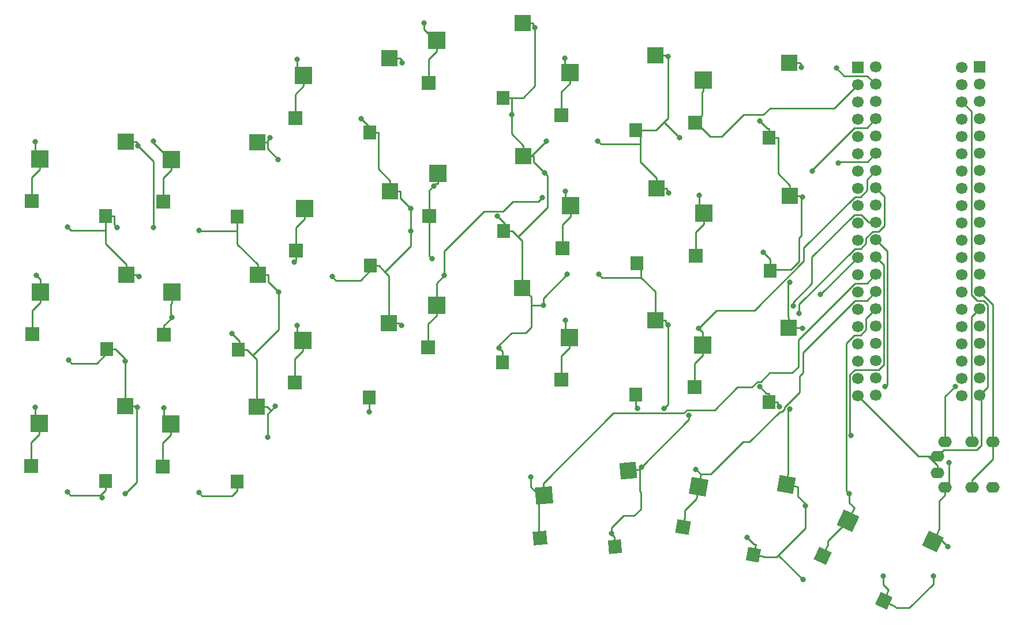
<source format=gbl>
%TF.GenerationSoftware,KiCad,Pcbnew,7.0.6*%
%TF.CreationDate,2023-08-11T19:56:51+07:00*%
%TF.ProjectId,keyboard_pcb,6b657962-6f61-4726-945f-7063622e6b69,rev1.0*%
%TF.SameCoordinates,Original*%
%TF.FileFunction,Copper,L2,Bot*%
%TF.FilePolarity,Positive*%
%FSLAX46Y46*%
G04 Gerber Fmt 4.6, Leading zero omitted, Abs format (unit mm)*
G04 Created by KiCad (PCBNEW 7.0.6) date 2023-08-11 19:56:51*
%MOMM*%
%LPD*%
G01*
G04 APERTURE LIST*
G04 Aperture macros list*
%AMRotRect*
0 Rectangle, with rotation*
0 The origin of the aperture is its center*
0 $1 length*
0 $2 width*
0 $3 Rotation angle, in degrees counterclockwise*
0 Add horizontal line*
21,1,$1,$2,0,0,$3*%
G04 Aperture macros list end*
%TA.AperFunction,SMDPad,CuDef*%
%ADD10R,2.400000X2.400000*%
%TD*%
%TA.AperFunction,SMDPad,CuDef*%
%ADD11R,1.900000X2.000000*%
%TD*%
%TA.AperFunction,SMDPad,CuDef*%
%ADD12R,2.500000X2.500000*%
%TD*%
%TA.AperFunction,SMDPad,CuDef*%
%ADD13R,2.000000X2.000000*%
%TD*%
%TA.AperFunction,SMDPad,CuDef*%
%ADD14RotRect,2.000000X2.000000X350.000000*%
%TD*%
%TA.AperFunction,SMDPad,CuDef*%
%ADD15RotRect,2.500000X2.500000X350.000000*%
%TD*%
%TA.AperFunction,SMDPad,CuDef*%
%ADD16RotRect,1.900000X2.000000X350.000000*%
%TD*%
%TA.AperFunction,SMDPad,CuDef*%
%ADD17RotRect,2.400000X2.400000X350.000000*%
%TD*%
%TA.AperFunction,SMDPad,CuDef*%
%ADD18RotRect,2.000000X2.000000X335.000000*%
%TD*%
%TA.AperFunction,SMDPad,CuDef*%
%ADD19RotRect,2.500000X2.500000X335.000000*%
%TD*%
%TA.AperFunction,SMDPad,CuDef*%
%ADD20RotRect,1.900000X2.000000X335.000000*%
%TD*%
%TA.AperFunction,SMDPad,CuDef*%
%ADD21RotRect,2.400000X2.400000X335.000000*%
%TD*%
%TA.AperFunction,SMDPad,CuDef*%
%ADD22RotRect,2.000000X2.000000X5.000000*%
%TD*%
%TA.AperFunction,SMDPad,CuDef*%
%ADD23RotRect,2.500000X2.500000X5.000000*%
%TD*%
%TA.AperFunction,SMDPad,CuDef*%
%ADD24RotRect,1.900000X2.000000X5.000000*%
%TD*%
%TA.AperFunction,SMDPad,CuDef*%
%ADD25RotRect,2.400000X2.400000X5.000000*%
%TD*%
%TA.AperFunction,ComponentPad*%
%ADD26O,2.000000X1.600000*%
%TD*%
%TA.AperFunction,ComponentPad*%
%ADD27C,1.700000*%
%TD*%
%TA.AperFunction,ComponentPad*%
%ADD28R,1.700000X1.700000*%
%TD*%
%TA.AperFunction,ViaPad*%
%ADD29C,0.800000*%
%TD*%
%TA.AperFunction,Conductor*%
%ADD30C,0.250000*%
%TD*%
G04 APERTURE END LIST*
D10*
%TO.P,K03,2*%
%TO.N,GND*%
X156576000Y-40894000D03*
D11*
X153676000Y-51874000D03*
D12*
%TO.P,K03,1*%
%TO.N,/k03*%
X143976000Y-43434000D03*
D13*
X142776000Y-49674000D03*
%TD*%
D14*
%TO.P,K31,1*%
%TO.N,/k31*%
X180130559Y-114987238D03*
D15*
X182395893Y-109050416D03*
D16*
%TO.P,K31,2*%
%TO.N,GND*%
X190482937Y-119046581D03*
D17*
X195245537Y-108736971D03*
%TD*%
D18*
%TO.P,K32,1*%
%TO.N,/k32*%
X200596319Y-119210231D03*
D19*
X204321027Y-114062012D03*
D20*
%TO.P,K32,2*%
%TO.N,GND*%
X209545314Y-125810647D03*
D21*
X216813955Y-117084981D03*
%TD*%
D22*
%TO.P,K30,1*%
%TO.N,/k30*%
X159099699Y-116608382D03*
D23*
X159751281Y-110287540D03*
D24*
%TO.P,K30,2*%
%TO.N,GND*%
X170149964Y-117850013D03*
D25*
X172081959Y-106659043D03*
%TD*%
D10*
%TO.P,K25,2*%
%TO.N,GND*%
X195630000Y-85664000D03*
D11*
X192730000Y-96644000D03*
D12*
%TO.P,K25,1*%
%TO.N,/k25*%
X183030000Y-88204000D03*
D13*
X181830000Y-94444000D03*
%TD*%
D10*
%TO.P,K24,2*%
%TO.N,GND*%
X176054000Y-84564000D03*
D11*
X173154000Y-95544000D03*
D12*
%TO.P,K24,1*%
%TO.N,/k24*%
X163454000Y-87104000D03*
D13*
X162254000Y-93344000D03*
%TD*%
D10*
%TO.P,K23,2*%
%TO.N,GND*%
X156530000Y-79818000D03*
D11*
X153630000Y-90798000D03*
D12*
%TO.P,K23,1*%
%TO.N,/k23*%
X143930000Y-82358000D03*
D13*
X142730000Y-88598000D03*
%TD*%
D10*
%TO.P,K22,2*%
%TO.N,GND*%
X136966000Y-84974000D03*
D11*
X134066000Y-95954000D03*
D12*
%TO.P,K22,1*%
%TO.N,/k22*%
X124366000Y-87514000D03*
D13*
X123166000Y-93754000D03*
%TD*%
D10*
%TO.P,K21,2*%
%TO.N,GND*%
X117567000Y-97310000D03*
D11*
X114667000Y-108290000D03*
D12*
%TO.P,K21,1*%
%TO.N,/k21*%
X104967000Y-99850000D03*
D13*
X103767000Y-106090000D03*
%TD*%
D10*
%TO.P,K20,2*%
%TO.N,GND*%
X98257000Y-97234000D03*
D11*
X95357000Y-108214000D03*
D12*
%TO.P,K20,1*%
%TO.N,/k20*%
X85657000Y-99774000D03*
D13*
X84457000Y-106014000D03*
%TD*%
%TO.P,K15,1*%
%TO.N,/k15*%
X182004000Y-75074000D03*
D12*
X183204000Y-68834000D03*
D11*
%TO.P,K15,2*%
%TO.N,GND*%
X192904000Y-77274000D03*
D10*
X195804000Y-66294000D03*
%TD*%
D13*
%TO.P,K14,1*%
%TO.N,/k14*%
X162428000Y-73974000D03*
D12*
X163628000Y-67734000D03*
D11*
%TO.P,K14,2*%
%TO.N,GND*%
X173328000Y-76174000D03*
D10*
X176228000Y-65194000D03*
%TD*%
D13*
%TO.P,K13,1*%
%TO.N,/k13*%
X142904000Y-69228000D03*
D12*
X144104000Y-62988000D03*
D11*
%TO.P,K13,2*%
%TO.N,GND*%
X153804000Y-71428000D03*
D10*
X156704000Y-60448000D03*
%TD*%
D13*
%TO.P,K12,1*%
%TO.N,/k12*%
X123340000Y-74384000D03*
D12*
X124540000Y-68144000D03*
D11*
%TO.P,K12,2*%
%TO.N,GND*%
X134240000Y-76584000D03*
D10*
X137140000Y-65604000D03*
%TD*%
D13*
%TO.P,K11,1*%
%TO.N,/k11*%
X103941000Y-86720000D03*
D12*
X105141000Y-80480000D03*
D11*
%TO.P,K11,2*%
%TO.N,GND*%
X114841000Y-88920000D03*
D10*
X117741000Y-77940000D03*
%TD*%
D13*
%TO.P,K10,1*%
%TO.N,/k10*%
X84631000Y-86644000D03*
D12*
X85831000Y-80404000D03*
D11*
%TO.P,K10,2*%
%TO.N,GND*%
X95531000Y-88844000D03*
D10*
X98431000Y-77864000D03*
%TD*%
%TO.P,K05,2*%
%TO.N,GND*%
X195676000Y-46740000D03*
D11*
X192776000Y-57720000D03*
D12*
%TO.P,K05,1*%
%TO.N,/k05*%
X183076000Y-49280000D03*
D13*
X181876000Y-55520000D03*
%TD*%
D10*
%TO.P,K04,2*%
%TO.N,GND*%
X176100000Y-45640000D03*
D11*
X173200000Y-56620000D03*
D12*
%TO.P,K04,1*%
%TO.N,/k04*%
X163500000Y-48180000D03*
D13*
X162300000Y-54420000D03*
%TD*%
D10*
%TO.P,K02,2*%
%TO.N,GND*%
X137012000Y-46050000D03*
D11*
X134112000Y-57030000D03*
D12*
%TO.P,K02,1*%
%TO.N,/k02*%
X124412000Y-48590000D03*
D13*
X123212000Y-54830000D03*
%TD*%
D10*
%TO.P,K01,2*%
%TO.N,GND*%
X117613000Y-58386000D03*
D11*
X114713000Y-69366000D03*
D12*
%TO.P,K01,1*%
%TO.N,/k01*%
X105013000Y-60926000D03*
D13*
X103813000Y-67166000D03*
%TD*%
D10*
%TO.P,K00,2*%
%TO.N,GND*%
X98303000Y-58310000D03*
D11*
X95403000Y-69290000D03*
D12*
%TO.P,K00,1*%
%TO.N,/k00*%
X85703000Y-60850000D03*
D13*
X84503000Y-67090000D03*
%TD*%
D26*
%TO.P,J1,4,RING2*%
%TO.N,/TX*%
X225580000Y-102444000D03*
X222580000Y-109144000D03*
%TO.P,J1,3,RING1*%
%TO.N,/RX*%
X222580000Y-102444000D03*
X225580000Y-109144000D03*
%TO.P,J1,2,TIP*%
%TO.N,GND*%
X218580000Y-102444000D03*
X218580000Y-109144000D03*
%TO.P,J1,1,SLEEVE*%
%TO.N,+3V3*%
X217480000Y-107044000D03*
X217480000Y-104544000D03*
%TD*%
D27*
%TO.P,U1,40,5V*%
%TO.N,unconnected-(U1-5V-Pad40)*%
X221000000Y-47380000D03*
X208420000Y-47360000D03*
%TO.P,U1,39,GND*%
%TO.N,GND*%
X221000000Y-49920000D03*
X208420000Y-49900000D03*
%TO.P,U1,38,3V3*%
%TO.N,+3V3*%
X221000000Y-52460000D03*
X208420000Y-52440000D03*
%TO.P,U1,37,PB10*%
%TO.N,/k01*%
X208420000Y-54980000D03*
X221000000Y-55000000D03*
%TO.P,U1,36,PB2*%
%TO.N,unconnected-(U1-PB2-Pad36)*%
X221000000Y-57540000D03*
X208420000Y-57520000D03*
%TO.P,U1,35,PB1*%
%TO.N,/k00*%
X208420000Y-60060000D03*
X221000000Y-60080000D03*
%TO.P,U1,34,PB0*%
%TO.N,/k25*%
X208420000Y-62600000D03*
X221000000Y-62620000D03*
%TO.P,U1,33,PA7*%
%TO.N,/k24*%
X221000000Y-65160000D03*
X208420000Y-65140000D03*
%TO.P,U1,32,PA6*%
%TO.N,/k23*%
X221000000Y-67700000D03*
X208420000Y-67680000D03*
%TO.P,U1,31,PA5*%
%TO.N,/k22*%
X208420000Y-70220000D03*
X221000000Y-70240000D03*
%TO.P,U1,30,PA4*%
%TO.N,/k21*%
X221000000Y-72780000D03*
X208420000Y-72760000D03*
%TO.P,U1,29,PA3*%
%TO.N,/k20*%
X221000000Y-75320000D03*
X208420000Y-75300000D03*
%TO.P,U1,28,PA2*%
%TO.N,/k30*%
X208420000Y-77840000D03*
X221000000Y-77860000D03*
%TO.P,U1,27,PA1*%
%TO.N,/k31*%
X208420000Y-80380000D03*
X221000000Y-80400000D03*
%TO.P,U1,26,PA0*%
%TO.N,/k32*%
X208420000Y-82920000D03*
X221000000Y-82940000D03*
%TO.P,U1,25,RES*%
%TO.N,unconnected-(U1-RES-Pad25)*%
X208420000Y-85460000D03*
X221000000Y-85480000D03*
%TO.P,U1,24,PC15*%
%TO.N,unconnected-(U1-PC15-Pad24)*%
X208420000Y-88000000D03*
X221000000Y-88020000D03*
%TO.P,U1,23,PC14*%
%TO.N,unconnected-(U1-PC14-Pad23)*%
X221000000Y-90560000D03*
X208420000Y-90540000D03*
%TO.P,U1,22,PC13*%
%TO.N,unconnected-(U1-PC13-Pad22)*%
X221000000Y-93100000D03*
X208420000Y-93080000D03*
%TO.P,U1,21,VBat*%
%TO.N,unconnected-(U1-VBat-Pad21)*%
X208420000Y-95620000D03*
X221000000Y-95640000D03*
%TO.P,U1,20,3V3*%
%TO.N,+3V3*%
X205760000Y-95640000D03*
X223660000Y-95620000D03*
%TO.P,U1,19,GND*%
%TO.N,GND*%
X205760000Y-93100000D03*
X223660000Y-93080000D03*
%TO.P,U1,18,5V*%
%TO.N,unconnected-(U1-5V-Pad18)*%
X223660000Y-90540000D03*
X205760000Y-90560000D03*
%TO.P,U1,17,PB9*%
%TO.N,/k10*%
X205760000Y-88020000D03*
X223660000Y-88000000D03*
%TO.P,U1,16,PB8*%
%TO.N,/k11*%
X205760000Y-85480000D03*
X223660000Y-85460000D03*
%TO.P,U1,15,PB7*%
%TO.N,/RX*%
X223660000Y-82920000D03*
X205760000Y-82940000D03*
%TO.P,U1,14,PB6*%
%TO.N,/TX*%
X223660000Y-80380000D03*
X205760000Y-80400000D03*
%TO.P,U1,13,PB5*%
%TO.N,/k12*%
X205760000Y-77860000D03*
X223660000Y-77840000D03*
%TO.P,U1,12,PB4*%
%TO.N,/k13*%
X223660000Y-75300000D03*
X205760000Y-75320000D03*
%TO.P,U1,11,PB3*%
%TO.N,/k14*%
X223660000Y-72760000D03*
X205760000Y-72780000D03*
%TO.P,U1,10,PA15*%
%TO.N,/k15*%
X205760000Y-70240000D03*
X223660000Y-70220000D03*
%TO.P,U1,9,PA12*%
%TO.N,unconnected-(U1-PA12-Pad9)*%
X223660000Y-67680000D03*
X205760000Y-67700000D03*
%TO.P,U1,8,PA11*%
%TO.N,unconnected-(U1-PA11-Pad8)*%
X205760000Y-65160000D03*
X223660000Y-65140000D03*
%TO.P,U1,7,PA10*%
%TO.N,unconnected-(U1-PA10-Pad7)*%
X205760000Y-62620000D03*
X223660000Y-62600000D03*
%TO.P,U1,6,PA9*%
%TO.N,unconnected-(U1-PA9-Pad6)*%
X205760000Y-60080000D03*
X223660000Y-60060000D03*
%TO.P,U1,5,PA8*%
%TO.N,/k02*%
X223660000Y-57520000D03*
X205760000Y-57540000D03*
%TO.P,U1,4,PB15*%
%TO.N,/k03*%
X205760000Y-55000000D03*
X223660000Y-54980000D03*
%TO.P,U1,3,PB14*%
%TO.N,/k04*%
X223660000Y-52440000D03*
X205760000Y-52460000D03*
%TO.P,U1,2,PB13*%
%TO.N,/k05*%
X205760000Y-49920000D03*
X223660000Y-49900000D03*
D28*
%TO.P,U1,1,PB12*%
%TO.N,unconnected-(U1-PB12-Pad1)*%
X223660000Y-47360000D03*
X205760000Y-47380000D03*
%TD*%
D29*
%TO.N,/k32*%
X204512000Y-110086000D03*
%TO.N,/k31*%
X181988000Y-106494000D03*
%TO.N,/k30*%
X157760000Y-107598000D03*
%TO.N,/k25*%
X182419000Y-85760300D03*
%TO.N,/k24*%
X162826000Y-84564000D03*
X197157000Y-83587100D03*
%TO.N,/k23*%
X145092000Y-78005100D03*
X159484000Y-66529300D03*
%TO.N,/k22*%
X123476000Y-85364100D03*
X196292000Y-82485600D03*
%TO.N,/k21*%
X103923000Y-97422100D03*
X209783000Y-94350000D03*
%TO.N,/k20*%
X85039800Y-97384100D03*
X204800000Y-101494000D03*
%TO.N,/k15*%
X182455000Y-66207300D03*
%TO.N,/k14*%
X162813000Y-65657300D03*
%TO.N,/k13*%
X143512000Y-64842800D03*
X200275000Y-80805200D03*
X143261000Y-75559900D03*
%TO.N,/k12*%
X123088000Y-75997400D03*
%TO.N,/k11*%
X105125000Y-84155500D03*
%TO.N,/k10*%
X85210100Y-77965700D03*
%TO.N,/k04*%
X162749000Y-46063600D03*
%TO.N,/k03*%
X142114000Y-40894000D03*
%TO.N,/k02*%
X123499000Y-46268600D03*
%TO.N,/k01*%
X102399000Y-58260100D03*
X199062000Y-62623100D03*
%TO.N,/k00*%
X85084200Y-58310000D03*
X202901000Y-61480900D03*
%TO.N,GND*%
X220054000Y-94319000D03*
X219121000Y-105481000D03*
X100252000Y-78164700D03*
X89931000Y-90471600D03*
X120798000Y-80480000D03*
X113877000Y-86502800D03*
X140193000Y-68144000D03*
X159786000Y-62896300D03*
X152890000Y-69305200D03*
X178034000Y-65844700D03*
X167728000Y-77814900D03*
X197631000Y-66438700D03*
X191850000Y-74578400D03*
X174000000Y-106142000D03*
X169601000Y-115922000D03*
X219026000Y-117841000D03*
X209541000Y-122204000D03*
X198044000Y-111846000D03*
X189527000Y-116484000D03*
X89803000Y-70904500D03*
X97102700Y-70989600D03*
X100135000Y-58920700D03*
X102427000Y-70989600D03*
X109113000Y-71419900D03*
X128640000Y-78192000D03*
X120671000Y-60926000D03*
X119489000Y-57782700D03*
X132876000Y-54951700D03*
X138853000Y-46709000D03*
X167600000Y-58258500D03*
X160065000Y-58258500D03*
X177910000Y-45813700D03*
X179603000Y-57720000D03*
X191420000Y-55314300D03*
X197486000Y-47424400D03*
X89757000Y-109823000D03*
X94858000Y-110676000D03*
X100065000Y-97384100D03*
X98257000Y-90583500D03*
X109067000Y-109898000D03*
X98247400Y-110085000D03*
X119173000Y-101761000D03*
X134092000Y-98048100D03*
X120255000Y-97233200D03*
X138785000Y-85319100D03*
X140193000Y-71456000D03*
X153144000Y-88670600D03*
X159594000Y-82358000D03*
X173419000Y-97513600D03*
X177895000Y-85240600D03*
X163119000Y-77814900D03*
X191351000Y-94363200D03*
X197690000Y-85739400D03*
X195803000Y-78989200D03*
X154953000Y-54323800D03*
X158396000Y-41575200D03*
X216828000Y-122167000D03*
X202676000Y-47543800D03*
X177366000Y-97513600D03*
X180984000Y-98518700D03*
X197703000Y-122721000D03*
X195780000Y-97640300D03*
X194303000Y-97325700D03*
%TD*%
D30*
%TO.N,/k32*%
X205230000Y-112113000D02*
X204321000Y-114062000D01*
X204512000Y-111394000D02*
X205230000Y-112113000D01*
X204512000Y-110086000D02*
X204512000Y-111394000D01*
X204060000Y-109634000D02*
X204512000Y-110086000D01*
X204060000Y-87981700D02*
X204060000Y-109634000D01*
X205292000Y-86750000D02*
X204060000Y-87981700D01*
X206226000Y-86750000D02*
X205292000Y-86750000D01*
X207005000Y-85970600D02*
X206226000Y-86750000D01*
X207005000Y-84334600D02*
X207005000Y-85970600D01*
X208420000Y-82920000D02*
X207005000Y-84334600D01*
X200596000Y-119210000D02*
X200978500Y-118390000D01*
X201361000Y-117022000D02*
X204321000Y-114062000D01*
X201361000Y-117570000D02*
X201361000Y-117022000D01*
X200978500Y-118390000D02*
X201361000Y-117570000D01*
X200596300Y-118772200D02*
X200596300Y-119210200D01*
X200978500Y-118390000D02*
X200596300Y-118772200D01*
%TO.N,/k31*%
X181988000Y-106494000D02*
X182718000Y-107224000D01*
X207090000Y-81710000D02*
X208420000Y-80380000D01*
X205326000Y-81710000D02*
X207090000Y-81710000D01*
X197693000Y-89342600D02*
X205326000Y-81710000D01*
X197693000Y-92327000D02*
X197693000Y-89342600D01*
X197241000Y-92778700D02*
X197693000Y-92327000D01*
X197241000Y-95149300D02*
X197241000Y-92778700D01*
X195030000Y-97360300D02*
X197241000Y-95149300D01*
X195030000Y-97626800D02*
X195030000Y-97360300D01*
X194604000Y-98052600D02*
X195030000Y-97626800D01*
X194338000Y-98052600D02*
X194604000Y-98052600D01*
X189901000Y-102490000D02*
X194338000Y-98052600D01*
X188957000Y-102490000D02*
X189901000Y-102490000D01*
X184223000Y-107224000D02*
X188957000Y-102490000D01*
X182718000Y-107224000D02*
X184223000Y-107224000D01*
X182396000Y-109050000D02*
X182395900Y-109050400D01*
X182718000Y-107224000D02*
X182396000Y-109050000D01*
X180402000Y-113450000D02*
X180131000Y-114987000D01*
X180402000Y-112550000D02*
X180402000Y-113450000D01*
X182074000Y-110877000D02*
X180402000Y-112550000D01*
X182395900Y-109050400D02*
X182074000Y-110877000D01*
X180130800Y-114987200D02*
X180131000Y-114987000D01*
X180130600Y-114987200D02*
X180130800Y-114987200D01*
%TO.N,/k30*%
X157760000Y-109074000D02*
X157760000Y-107598000D01*
X158974000Y-110288000D02*
X157760000Y-109074000D01*
X159602000Y-108579000D02*
X159676500Y-109433500D01*
X169919000Y-98262300D02*
X159602000Y-108579000D01*
X169919000Y-98262200D02*
X169919000Y-98262300D01*
X180213000Y-98262200D02*
X169919000Y-98262200D01*
X180684000Y-97791800D02*
X180213000Y-98262200D01*
X184749000Y-97791800D02*
X180684000Y-97791800D01*
X188092000Y-94448600D02*
X184749000Y-97791800D01*
X190237000Y-94448600D02*
X188092000Y-94448600D01*
X191050000Y-93636300D02*
X190237000Y-94448600D01*
X191516000Y-93636300D02*
X191050000Y-93636300D01*
X192833000Y-92319000D02*
X191516000Y-93636300D01*
X196112000Y-92319000D02*
X192833000Y-92319000D01*
X197016000Y-91414700D02*
X196112000Y-92319000D01*
X197016000Y-87457300D02*
X197016000Y-91414700D01*
X205344000Y-79130000D02*
X197016000Y-87457300D01*
X207130000Y-79130000D02*
X205344000Y-79130000D01*
X208420000Y-77840000D02*
X207130000Y-79130000D01*
X159751000Y-110288000D02*
X158974000Y-110288000D01*
X159676500Y-109433500D02*
X159751000Y-110288000D01*
X159751300Y-109508300D02*
X159751300Y-110287500D01*
X159676500Y-109433500D02*
X159751300Y-109508300D01*
X159100000Y-116608000D02*
X159037000Y-115889500D01*
X158974000Y-115171000D02*
X158974000Y-110288000D01*
X159037000Y-115889500D02*
X158974000Y-115171000D01*
X159099700Y-115952200D02*
X159099700Y-116608400D01*
X159037000Y-115889500D02*
X159099700Y-115952200D01*
%TO.N,/k25*%
X181830000Y-90980900D02*
X181830000Y-94444000D01*
X183030000Y-89780900D02*
X181830000Y-90980900D01*
X183030000Y-88204000D02*
X183030000Y-89780900D01*
X183030000Y-86371400D02*
X182419000Y-85760300D01*
X183030000Y-88204000D02*
X183030000Y-86371400D01*
X185019000Y-83160100D02*
X182419000Y-85760300D01*
X190594000Y-83160100D02*
X185019000Y-83160100D01*
X197850000Y-75903800D02*
X190594000Y-83160100D01*
X197850000Y-73931900D02*
X197850000Y-75903800D01*
X205352000Y-66430000D02*
X197850000Y-73931900D01*
X206160000Y-66430000D02*
X205352000Y-66430000D01*
X207100000Y-65489500D02*
X206160000Y-66430000D01*
X207100000Y-63920000D02*
X207100000Y-65489500D01*
X208420000Y-62600000D02*
X207100000Y-63920000D01*
%TO.N,/k24*%
X163454000Y-88680900D02*
X163454000Y-87892400D01*
X162254000Y-89880900D02*
X163454000Y-88680900D01*
X162254000Y-93344000D02*
X162254000Y-89880900D01*
X162826000Y-87264900D02*
X162826000Y-84564000D01*
X163454000Y-87892400D02*
X162826000Y-87264900D01*
X197157000Y-82232700D02*
X197157000Y-83587100D01*
X205340000Y-74050000D02*
X197157000Y-82232700D01*
X206226000Y-74050000D02*
X205340000Y-74050000D01*
X207005000Y-73270600D02*
X206226000Y-74050000D01*
X207005000Y-72510300D02*
X207005000Y-73270600D01*
X208006000Y-71509800D02*
X207005000Y-72510300D01*
X208809000Y-71509800D02*
X208006000Y-71509800D01*
X209633000Y-70685800D02*
X208809000Y-71509800D01*
X209633000Y-66352600D02*
X209633000Y-70685800D01*
X208420000Y-65140000D02*
X209633000Y-66352600D01*
X163454000Y-87104000D02*
X163454000Y-87892400D01*
%TO.N,/k23*%
X143930000Y-83934900D02*
X143930000Y-82358000D01*
X142730000Y-85134900D02*
X143930000Y-83934900D01*
X142730000Y-88598000D02*
X142730000Y-85134900D01*
X143930000Y-79167600D02*
X145092000Y-78005100D01*
X143930000Y-82358000D02*
X143930000Y-79167600D01*
X158862000Y-67151100D02*
X159484000Y-66529300D01*
X155144000Y-67151100D02*
X158862000Y-67151100D01*
X153717000Y-68578200D02*
X155144000Y-67151100D01*
X150916000Y-68578200D02*
X153717000Y-68578200D01*
X145092000Y-74401900D02*
X150916000Y-68578200D01*
X145092000Y-78005100D02*
X145092000Y-74401900D01*
%TO.N,/k22*%
X124366000Y-89090900D02*
X124366000Y-87750800D01*
X123166000Y-90290900D02*
X124366000Y-89090900D01*
X123166000Y-93754000D02*
X123166000Y-90290900D01*
X123476000Y-86860600D02*
X123476000Y-85364100D01*
X124366000Y-87750800D02*
X123476000Y-86860600D01*
X196292000Y-81926600D02*
X196292000Y-82485600D01*
X199032000Y-79186900D02*
X196292000Y-81926600D01*
X199032000Y-75303500D02*
X199032000Y-79186900D01*
X205273000Y-69063100D02*
X199032000Y-75303500D01*
X206248000Y-69063100D02*
X205273000Y-69063100D01*
X207404000Y-70219900D02*
X206248000Y-69063100D01*
X207404000Y-70220000D02*
X207404000Y-70219900D01*
X208420000Y-70220000D02*
X207404000Y-70220000D01*
X124366000Y-87514000D02*
X124366000Y-87750800D01*
%TO.N,/k21*%
X104967000Y-101427000D02*
X104967000Y-100087000D01*
X103767000Y-102627000D02*
X104967000Y-101427000D01*
X103767000Y-106090000D02*
X103767000Y-102627000D01*
X103923000Y-99042900D02*
X103923000Y-97422100D01*
X104967000Y-100087000D02*
X103923000Y-99042900D01*
X210102000Y-74442100D02*
X208420000Y-72760000D01*
X210102000Y-94030500D02*
X210102000Y-74442100D01*
X209783000Y-94350000D02*
X210102000Y-94030500D01*
X104967000Y-99850000D02*
X104967000Y-100087000D01*
%TO.N,/k20*%
X85657000Y-101351000D02*
X85657000Y-100011000D01*
X84457000Y-102551000D02*
X85657000Y-101351000D01*
X84457000Y-106014000D02*
X84457000Y-102551000D01*
X85039800Y-99393600D02*
X85039800Y-97384100D01*
X85657000Y-100011000D02*
X85039800Y-99393600D01*
X204568000Y-101262000D02*
X204800000Y-101494000D01*
X204568000Y-92582500D02*
X204568000Y-101262000D01*
X205320000Y-91830000D02*
X204568000Y-92582500D01*
X208852000Y-91830000D02*
X205320000Y-91830000D01*
X209614000Y-91068400D02*
X208852000Y-91830000D01*
X209614000Y-76493800D02*
X209614000Y-91068400D01*
X208420000Y-75300000D02*
X209614000Y-76493800D01*
X85657000Y-99774000D02*
X85657000Y-100011000D01*
%TO.N,/k15*%
X182004000Y-71610900D02*
X182004000Y-75074000D01*
X183204000Y-70410900D02*
X182004000Y-71610900D01*
X183204000Y-69070800D02*
X183204000Y-70410900D01*
X182455000Y-68321400D02*
X182455000Y-66207300D01*
X183204000Y-69070800D02*
X182455000Y-68321400D01*
X183204000Y-68834000D02*
X183204000Y-69070800D01*
%TO.N,/k14*%
X162428000Y-70510900D02*
X162428000Y-73974000D01*
X163628000Y-69310900D02*
X162428000Y-70510900D01*
X163628000Y-67970800D02*
X163628000Y-69310900D01*
X162813000Y-67156100D02*
X162813000Y-65657300D01*
X163628000Y-67970800D02*
X162813000Y-67156100D01*
X163628000Y-67734000D02*
X163628000Y-67970800D01*
%TO.N,/k13*%
X142904000Y-65450800D02*
X143512000Y-64842800D01*
X142904000Y-69228000D02*
X142904000Y-65450800D01*
X143790000Y-64564900D02*
X143512000Y-64842800D01*
X144104000Y-64564900D02*
X143790000Y-64564900D01*
X144104000Y-62988000D02*
X144104000Y-64564900D01*
X142904000Y-75202500D02*
X143261000Y-75559900D01*
X142904000Y-69228000D02*
X142904000Y-75202500D01*
X205760000Y-75320000D02*
X200275000Y-80805200D01*
%TO.N,/k12*%
X123340000Y-75745200D02*
X123340000Y-74384000D01*
X123088000Y-75997400D02*
X123340000Y-75745200D01*
X123340000Y-70920900D02*
X123340000Y-74384000D01*
X124540000Y-69720900D02*
X123340000Y-70920900D01*
X124540000Y-68144000D02*
X124540000Y-69720900D01*
%TO.N,/k11*%
X105125000Y-84208900D02*
X105125000Y-84155500D01*
X103941000Y-85393100D02*
X105125000Y-84208900D01*
X103941000Y-86720000D02*
X103941000Y-85393100D01*
X104957000Y-83987200D02*
X105125000Y-84155500D01*
X104957000Y-82241000D02*
X104957000Y-83987200D01*
X105141000Y-82056900D02*
X104957000Y-82241000D01*
X105141000Y-80480000D02*
X105141000Y-82056900D01*
%TO.N,/k10*%
X85831000Y-78586600D02*
X85831000Y-80404000D01*
X85210100Y-77965700D02*
X85831000Y-78586600D01*
X84631000Y-83180900D02*
X84631000Y-86644000D01*
X85831000Y-81980900D02*
X84631000Y-83180900D01*
X85831000Y-80404000D02*
X85831000Y-81980900D01*
%TO.N,/k05*%
X202285000Y-53395100D02*
X205760000Y-49920000D01*
X192879000Y-53395100D02*
X202285000Y-53395100D01*
X191877000Y-54396900D02*
X192879000Y-53395100D01*
X189036000Y-54396900D02*
X191877000Y-54396900D01*
X185836000Y-57596900D02*
X189036000Y-54396900D01*
X184116000Y-57596900D02*
X185836000Y-57596900D01*
X181958000Y-55438500D02*
X184116000Y-57596900D01*
X181876000Y-55520000D02*
X181958000Y-55438500D01*
X183076000Y-50856900D02*
X183076000Y-49280000D01*
X182912000Y-51020500D02*
X183076000Y-50856900D01*
X182912000Y-54483600D02*
X182912000Y-51020500D01*
X181958000Y-55438500D02*
X182912000Y-54483600D01*
%TO.N,/k04*%
X163500000Y-49756900D02*
X163500000Y-48416800D01*
X162300000Y-50956900D02*
X163500000Y-49756900D01*
X162300000Y-54420000D02*
X162300000Y-50956900D01*
X162749000Y-47666100D02*
X162749000Y-46063600D01*
X163500000Y-48416800D02*
X162749000Y-47666100D01*
X163500000Y-48180000D02*
X163500000Y-48416800D01*
%TO.N,/k03*%
X143976000Y-45010900D02*
X143976000Y-43670800D01*
X142776000Y-46210900D02*
X143976000Y-45010900D01*
X142776000Y-49674000D02*
X142776000Y-46210900D01*
X142114000Y-41808400D02*
X142114000Y-40894000D01*
X143976000Y-43670800D02*
X142114000Y-41808400D01*
X143976000Y-43434000D02*
X143976000Y-43670800D01*
%TO.N,/k02*%
X124412000Y-50166900D02*
X124412000Y-48826800D01*
X123212000Y-51366900D02*
X124412000Y-50166900D01*
X123212000Y-54830000D02*
X123212000Y-51366900D01*
X123499000Y-47913600D02*
X123499000Y-46268600D01*
X124412000Y-48826800D02*
X123499000Y-47913600D01*
X124412000Y-48590000D02*
X124412000Y-48826800D01*
%TO.N,/k01*%
X105013000Y-62502900D02*
X105013000Y-61162800D01*
X103813000Y-63702900D02*
X105013000Y-62502900D01*
X103813000Y-67166000D02*
X103813000Y-63702900D01*
X102399000Y-58548400D02*
X102399000Y-58260100D01*
X105013000Y-61162800D02*
X102399000Y-58548400D01*
X199062000Y-62504000D02*
X199062000Y-62623100D01*
X205296000Y-56270000D02*
X199062000Y-62504000D01*
X207130000Y-56270000D02*
X205296000Y-56270000D01*
X208420000Y-54980000D02*
X207130000Y-56270000D01*
X105013000Y-60926000D02*
X105013000Y-61162800D01*
%TO.N,/k00*%
X85703000Y-62426900D02*
X85703000Y-61638400D01*
X84503000Y-63626900D02*
X85703000Y-62426900D01*
X84503000Y-67090000D02*
X84503000Y-63626900D01*
X85084200Y-61019600D02*
X85084200Y-58310000D01*
X85703000Y-61638400D02*
X85084200Y-61019600D01*
X203105000Y-61276900D02*
X202901000Y-61480900D01*
X207203000Y-61276900D02*
X203105000Y-61276900D01*
X208420000Y-60060000D02*
X207203000Y-61276900D01*
X85703000Y-60850000D02*
X85703000Y-61638400D01*
%TO.N,/RX*%
X222460000Y-84120000D02*
X223660000Y-82920000D01*
X222460000Y-101197000D02*
X222460000Y-84120000D01*
X222580000Y-101317000D02*
X222460000Y-101197000D01*
X222580000Y-102444000D02*
X222580000Y-101317000D01*
%TO.N,/TX*%
X225580000Y-82300000D02*
X223660000Y-80380000D01*
X225580000Y-102444000D02*
X225580000Y-82300000D01*
X225580000Y-105017000D02*
X225580000Y-102444000D01*
X222580000Y-108017000D02*
X225580000Y-105017000D01*
X222580000Y-109144000D02*
X222580000Y-108017000D01*
%TO.N,+3V3*%
X218400000Y-103624000D02*
X217480000Y-104544000D01*
X223252000Y-103624000D02*
X218400000Y-103624000D01*
X223922000Y-102954000D02*
X223252000Y-103624000D01*
X223922000Y-95882500D02*
X223922000Y-102954000D01*
X223660000Y-95620000D02*
X223922000Y-95882500D01*
X224847000Y-94433000D02*
X223660000Y-95620000D01*
X224847000Y-82324300D02*
X224847000Y-94433000D01*
X224266000Y-81743100D02*
X224847000Y-82324300D01*
X223297000Y-81743100D02*
X224266000Y-81743100D01*
X222435000Y-80880600D02*
X223297000Y-81743100D01*
X222435000Y-53894600D02*
X222435000Y-80880600D01*
X221000000Y-52460000D02*
X222435000Y-53894600D01*
X214664000Y-104544000D02*
X216072000Y-104544000D01*
X205760000Y-95640000D02*
X214664000Y-104544000D01*
X216072000Y-104544000D02*
X217480000Y-104544000D01*
X217445000Y-105917000D02*
X216072000Y-104544000D01*
X217480000Y-105917000D02*
X217445000Y-105917000D01*
X217480000Y-107044000D02*
X217480000Y-105917000D01*
%TO.N,GND*%
X218580000Y-95792600D02*
X220054000Y-94319000D01*
X218580000Y-102444000D02*
X218580000Y-95792600D01*
X219121000Y-109166000D02*
X219121000Y-105481000D01*
X218580000Y-109707000D02*
X219121000Y-109166000D01*
X99957900Y-77870500D02*
X100252000Y-78164700D01*
X99957900Y-77864000D02*
X99957900Y-77870500D01*
X98431000Y-77864000D02*
X99957900Y-77864000D01*
X90405800Y-90946400D02*
X89931000Y-90471600D01*
X94067100Y-90946400D02*
X90405800Y-90946400D01*
X96169500Y-88844000D02*
X94067100Y-90946400D01*
X114841000Y-88920000D02*
X114976000Y-88920000D01*
X114976000Y-87601900D02*
X113877000Y-86502800D01*
X114976000Y-88920000D02*
X114976000Y-87601900D01*
X138667000Y-66618000D02*
X140193000Y-68144000D01*
X138667000Y-65604000D02*
X138667000Y-66618000D01*
X137140000Y-65604000D02*
X138667000Y-65604000D01*
X153676000Y-51874000D02*
X154953000Y-51874000D01*
X153804000Y-71428000D02*
X153939000Y-71428000D01*
X177755000Y-65566100D02*
X178034000Y-65844700D01*
X177755000Y-65194000D02*
X177755000Y-65566100D01*
X176228000Y-65194000D02*
X177755000Y-65194000D01*
X173966000Y-76174000D02*
X173966000Y-78289500D01*
X173328000Y-76174000D02*
X173966000Y-76174000D01*
X176054000Y-80377000D02*
X173966000Y-78289500D01*
X176054000Y-84564000D02*
X176054000Y-80377000D01*
X168203000Y-78289500D02*
X167728000Y-77814900D01*
X173966000Y-78289500D02*
X168203000Y-78289500D01*
X194053000Y-57720000D02*
X192776000Y-57720000D01*
X194053000Y-63016000D02*
X194053000Y-57720000D01*
X195804000Y-64767100D02*
X194053000Y-63016000D01*
X195804000Y-66294000D02*
X195804000Y-64767100D01*
X218954000Y-117841000D02*
X217254000Y-116141000D01*
X219026000Y-117841000D02*
X218954000Y-117841000D01*
X216814000Y-117085000D02*
X217254000Y-116141000D01*
X90298000Y-71399500D02*
X89803000Y-70904500D01*
X95403000Y-71399500D02*
X90298000Y-71399500D01*
X95403000Y-69290000D02*
X95403000Y-71399500D01*
X98431000Y-76337100D02*
X98431000Y-77864000D01*
X95403000Y-73309100D02*
X98431000Y-76337100D01*
X95403000Y-71399500D02*
X95403000Y-73309100D01*
X96679900Y-70566800D02*
X97102700Y-70989600D01*
X96679900Y-69290000D02*
X96679900Y-70566800D01*
X95403000Y-69290000D02*
X96679900Y-69290000D01*
X100135000Y-58615200D02*
X100135000Y-58920700D01*
X99829900Y-58310000D02*
X100135000Y-58615200D01*
X98303000Y-58310000D02*
X99829900Y-58310000D01*
X102427000Y-61213000D02*
X102427000Y-70989600D01*
X100135000Y-58920700D02*
X102427000Y-61213000D01*
X114713000Y-69366000D02*
X114713000Y-71470700D01*
X117741000Y-76413100D02*
X117741000Y-77940000D01*
X114713000Y-73385100D02*
X117741000Y-76413100D01*
X114713000Y-71470700D02*
X114713000Y-73385100D01*
X129154000Y-78706200D02*
X128640000Y-78192000D01*
X132756000Y-78706200D02*
X129154000Y-78706200D01*
X134878000Y-76584000D02*
X132756000Y-78706200D01*
X119140000Y-59394800D02*
X120671000Y-60926000D01*
X119140000Y-58386000D02*
X119140000Y-59394800D01*
X117613000Y-58386000D02*
X119140000Y-58386000D01*
X134112000Y-57030000D02*
X134247000Y-57030000D01*
X137140000Y-64077100D02*
X137140000Y-65604000D01*
X135389000Y-62326000D02*
X137140000Y-64077100D01*
X135389000Y-57030000D02*
X135389000Y-62326000D01*
X134247000Y-57030000D02*
X135389000Y-57030000D01*
X134247000Y-56322300D02*
X132876000Y-54951700D01*
X134247000Y-57030000D02*
X134247000Y-56322300D01*
X136966000Y-78033100D02*
X136377000Y-77444400D01*
X136966000Y-84974000D02*
X136966000Y-78033100D01*
X138853000Y-46363700D02*
X138853000Y-46709000D01*
X138539000Y-46050000D02*
X138853000Y-46363700D01*
X137012000Y-46050000D02*
X138539000Y-46050000D01*
X173200000Y-56620000D02*
X173838000Y-56620000D01*
X173838000Y-61277600D02*
X173838000Y-58720200D01*
X176228000Y-63667100D02*
X173838000Y-61277600D01*
X176228000Y-65194000D02*
X176228000Y-63667100D01*
X168062000Y-58720200D02*
X167600000Y-58258500D01*
X173838000Y-58720200D02*
X168062000Y-58720200D01*
X156704000Y-60448000D02*
X157875000Y-60448000D01*
X158231000Y-61341400D02*
X159786000Y-62896300D01*
X158231000Y-60448000D02*
X158231000Y-61341400D01*
X157875000Y-60448000D02*
X158231000Y-60448000D01*
X157875000Y-60448000D02*
X160065000Y-58258500D01*
X177910000Y-45813600D02*
X177910000Y-45813700D01*
X177800000Y-45813600D02*
X177910000Y-45813600D01*
X177627000Y-45640000D02*
X177800000Y-45813600D01*
X176100000Y-45640000D02*
X177627000Y-45640000D01*
X173838000Y-56620000D02*
X173838000Y-58720200D01*
X177336000Y-55452900D02*
X179603000Y-57720000D01*
X176169000Y-56620000D02*
X177336000Y-55452900D01*
X173838000Y-56620000D02*
X176169000Y-56620000D01*
X177910000Y-54878800D02*
X177910000Y-45813700D01*
X177336000Y-55452900D02*
X177910000Y-54878800D01*
X192499000Y-56393100D02*
X191420000Y-55314300D01*
X192776000Y-56393100D02*
X192499000Y-56393100D01*
X192776000Y-57720000D02*
X192776000Y-56393100D01*
X94858000Y-110558000D02*
X94598700Y-110299000D01*
X94858000Y-110676000D02*
X94858000Y-110558000D01*
X95357000Y-109541000D02*
X94598700Y-110299000D01*
X95357000Y-108214000D02*
X95357000Y-109541000D01*
X90232900Y-110299000D02*
X89757000Y-109823000D01*
X94598700Y-110299000D02*
X90232900Y-110299000D01*
X98257000Y-97234000D02*
X98257000Y-90583500D01*
X109549000Y-110380000D02*
X109067000Y-109898000D01*
X113904000Y-110380000D02*
X109549000Y-110380000D01*
X114667000Y-109617000D02*
X113904000Y-110380000D01*
X114667000Y-108290000D02*
X114667000Y-109617000D01*
X99934000Y-108399000D02*
X98247400Y-110085000D01*
X99934000Y-97384100D02*
X99934000Y-108399000D01*
X120798000Y-85960400D02*
X116978000Y-89780400D01*
X120798000Y-80480000D02*
X120798000Y-85960400D01*
X116118000Y-88920000D02*
X114976000Y-88920000D01*
X116978000Y-89780400D02*
X116118000Y-88920000D01*
X119268000Y-78949600D02*
X120798000Y-80480000D01*
X119268000Y-77940000D02*
X119268000Y-78949600D01*
X117741000Y-77940000D02*
X119268000Y-77940000D01*
X117567000Y-90369100D02*
X116978000Y-89780400D01*
X117567000Y-97310000D02*
X117567000Y-90369100D01*
X134092000Y-97306700D02*
X134092000Y-98048100D01*
X134066000Y-97280900D02*
X134092000Y-97306700D01*
X134066000Y-95954000D02*
X134066000Y-97280900D01*
X119094000Y-97310000D02*
X119636000Y-97852200D01*
X117567000Y-97310000D02*
X119094000Y-97310000D01*
X119173000Y-98315600D02*
X119636000Y-97852200D01*
X119173000Y-101761000D02*
X119173000Y-98315600D01*
X119636000Y-97852200D02*
X120255000Y-97233200D01*
X138493000Y-85026900D02*
X138785000Y-85319100D01*
X138493000Y-84974000D02*
X138493000Y-85026900D01*
X136966000Y-84974000D02*
X138493000Y-84974000D01*
X140193000Y-73628800D02*
X140193000Y-71456000D01*
X136377000Y-77444400D02*
X140193000Y-73628800D01*
X140193000Y-71456000D02*
X140193000Y-68144000D01*
X157857000Y-81144900D02*
X157857000Y-82358000D01*
X156530000Y-79818000D02*
X157857000Y-81144900D01*
X153630000Y-89156800D02*
X153144000Y-88670600D01*
X153630000Y-90798000D02*
X153630000Y-89156800D01*
X157857000Y-85593800D02*
X157857000Y-82358000D01*
X156978000Y-86473100D02*
X157857000Y-85593800D01*
X154939000Y-86473100D02*
X156978000Y-86473100D01*
X153144000Y-88268600D02*
X154939000Y-86473100D01*
X153144000Y-88670600D02*
X153144000Y-88268600D01*
X173154000Y-97249000D02*
X173419000Y-97513600D01*
X173154000Y-95544000D02*
X173154000Y-97249000D01*
X172082000Y-106659000D02*
X173736000Y-106514000D01*
X177581000Y-84926600D02*
X177895000Y-85240600D01*
X177581000Y-84564000D02*
X177581000Y-84926600D01*
X176054000Y-84564000D02*
X177581000Y-84564000D01*
X157857000Y-82358000D02*
X159594000Y-82358000D01*
X192304000Y-95317100D02*
X191351000Y-94363200D01*
X192730000Y-95317100D02*
X192304000Y-95317100D01*
X192730000Y-96644000D02*
X192730000Y-95317100D01*
X197615000Y-85664000D02*
X197690000Y-85739400D01*
X195630000Y-85664000D02*
X197615000Y-85664000D01*
X156704000Y-58921100D02*
X156704000Y-60448000D01*
X154953000Y-57170000D02*
X156704000Y-58921100D01*
X154953000Y-54323800D02*
X154953000Y-57170000D01*
X156530000Y-72877100D02*
X155941000Y-72288400D01*
X156530000Y-79818000D02*
X156530000Y-72877100D01*
X155081000Y-71428000D02*
X153939000Y-71428000D01*
X155941000Y-72288400D02*
X155081000Y-71428000D01*
X158103000Y-41282100D02*
X158396000Y-41575200D01*
X158103000Y-40894000D02*
X158103000Y-41282100D01*
X156576000Y-40894000D02*
X158103000Y-40894000D01*
X154953000Y-51874000D02*
X154953000Y-54323800D01*
X158396000Y-50156900D02*
X158396000Y-41575200D01*
X156679000Y-51874000D02*
X158396000Y-50156900D01*
X154953000Y-51874000D02*
X156679000Y-51874000D01*
X197486000Y-66438700D02*
X197631000Y-66438700D01*
X197341000Y-66294000D02*
X197486000Y-66438700D01*
X195804000Y-66294000D02*
X197341000Y-66294000D01*
X195964000Y-77150900D02*
X192904000Y-77150900D01*
X197181000Y-75934300D02*
X195964000Y-77150900D01*
X197181000Y-72447300D02*
X197181000Y-75934300D01*
X197486000Y-72142100D02*
X197181000Y-72447300D01*
X197486000Y-66438700D02*
X197486000Y-72142100D01*
X192904000Y-75632000D02*
X192904000Y-77150900D01*
X191850000Y-74578400D02*
X192904000Y-75632000D01*
X192904000Y-77150900D02*
X192904000Y-77274000D01*
X159594000Y-81340100D02*
X163119000Y-77814900D01*
X159594000Y-82358000D02*
X159594000Y-81340100D01*
X195566000Y-79226200D02*
X195803000Y-78989200D01*
X195566000Y-84072700D02*
X195566000Y-79226200D01*
X195630000Y-84137100D02*
X195566000Y-84072700D01*
X195630000Y-85664000D02*
X195630000Y-84137100D01*
X203782000Y-48650000D02*
X202676000Y-47543800D01*
X207170000Y-48650000D02*
X203782000Y-48650000D01*
X208420000Y-49900000D02*
X207170000Y-48650000D01*
X197486000Y-47023500D02*
X197486000Y-47424400D01*
X197203000Y-46740000D02*
X197486000Y-47023500D01*
X195676000Y-46740000D02*
X197203000Y-46740000D01*
X177895000Y-96984800D02*
X177366000Y-97513600D01*
X177895000Y-85240600D02*
X177895000Y-96984800D01*
X173736000Y-106405000D02*
X174000000Y-106142000D01*
X173736000Y-106514000D02*
X173736000Y-106405000D01*
X169601000Y-115993000D02*
X169601000Y-115922000D01*
X170024000Y-116417000D02*
X169601000Y-115993000D01*
X170025000Y-116417000D02*
X170024000Y-116417000D01*
X170150000Y-117850000D02*
X170025000Y-116417000D01*
X173736000Y-109735000D02*
X173736000Y-106514000D01*
X173905000Y-109903000D02*
X173736000Y-109735000D01*
X173905000Y-112332000D02*
X173905000Y-109903000D01*
X172937000Y-113301000D02*
X173905000Y-112332000D01*
X171373000Y-113301000D02*
X172937000Y-113301000D01*
X169601000Y-115072000D02*
X171373000Y-113301000D01*
X169601000Y-115922000D02*
X169601000Y-115072000D01*
X180984000Y-99156900D02*
X174000000Y-106142000D01*
X180984000Y-98518700D02*
X180984000Y-99156900D01*
X109164000Y-71470700D02*
X109113000Y-71419900D01*
X114713000Y-71470700D02*
X109164000Y-71470700D01*
X194107000Y-119125000D02*
X197703000Y-122721000D01*
X198044000Y-115187000D02*
X198044000Y-111846000D01*
X194107000Y-119125000D02*
X198044000Y-115187000D01*
X194007000Y-97029200D02*
X194303000Y-97325700D01*
X194007000Y-96644000D02*
X194007000Y-97029200D01*
X192730000Y-96644000D02*
X194007000Y-96644000D01*
X119140000Y-58131600D02*
X119489000Y-57782700D01*
X119140000Y-58386000D02*
X119140000Y-58131600D01*
X153939000Y-70354100D02*
X152890000Y-69305200D01*
X153939000Y-71428000D02*
X153939000Y-70354100D01*
X160211000Y-63321500D02*
X159786000Y-62896300D01*
X160211000Y-68018700D02*
X160211000Y-63321500D01*
X155941000Y-72288400D02*
X160211000Y-68018700D01*
X100065000Y-97384100D02*
X99934000Y-97384100D01*
X99783900Y-97234000D02*
X98257000Y-97234000D01*
X99934000Y-97384100D02*
X99783900Y-97234000D01*
X96807900Y-88844000D02*
X96169500Y-88844000D01*
X98257000Y-90293100D02*
X96807900Y-88844000D01*
X98257000Y-90583500D02*
X98257000Y-90293100D01*
X96169500Y-88844000D02*
X95531000Y-88844000D01*
X135517000Y-76584000D02*
X134878000Y-76584000D01*
X136377000Y-77444400D02*
X135517000Y-76584000D01*
X134878000Y-76584000D02*
X134240000Y-76584000D01*
X218580000Y-110271000D02*
X218580000Y-109707000D01*
X217694000Y-111157000D02*
X218580000Y-110271000D01*
X217694000Y-115197000D02*
X217694000Y-111157000D01*
X217254000Y-116141000D02*
X217694000Y-115197000D01*
X218580000Y-109707000D02*
X218580000Y-109144000D01*
X195245500Y-108737000D02*
X195246000Y-108737000D01*
X197014000Y-109049000D02*
X195246000Y-108737000D01*
X197014000Y-110506000D02*
X197014000Y-109049000D01*
X198044000Y-111536000D02*
X197014000Y-110506000D01*
X198044000Y-111846000D02*
X198044000Y-111536000D01*
X195557000Y-97863400D02*
X195780000Y-97640300D01*
X195557000Y-106968000D02*
X195557000Y-97863400D01*
X195246000Y-108737000D02*
X195557000Y-106968000D01*
X210302000Y-124187000D02*
X209923500Y-124999000D01*
X209545000Y-123430000D02*
X210302000Y-124187000D01*
X209545000Y-122208000D02*
X209545000Y-123430000D01*
X209541000Y-122204000D02*
X209545000Y-122208000D01*
X216828000Y-123368000D02*
X216828000Y-122167000D01*
X213331000Y-126864000D02*
X216828000Y-123368000D01*
X211450000Y-126864000D02*
X213331000Y-126864000D01*
X211140000Y-126554000D02*
X211450000Y-126864000D01*
X209545000Y-125811000D02*
X211140000Y-126554000D01*
X209923500Y-124999000D02*
X209545000Y-125811000D01*
X209545300Y-125377200D02*
X209545300Y-125810600D01*
X209923500Y-124999000D02*
X209545300Y-125377200D01*
X190482900Y-119046600D02*
X190483100Y-119046600D01*
X190752000Y-117518000D02*
X190483100Y-119046600D01*
X190562000Y-117518000D02*
X190752000Y-117518000D01*
X189527000Y-116484000D02*
X190562000Y-117518000D01*
X193851000Y-119380000D02*
X194107000Y-119125000D01*
X192042000Y-119380000D02*
X193851000Y-119380000D01*
X191971000Y-119309000D02*
X192042000Y-119380000D01*
X190483000Y-119047000D02*
X191971000Y-119309000D01*
X190483100Y-119046600D02*
X190483000Y-119047000D01*
%TD*%
M02*

</source>
